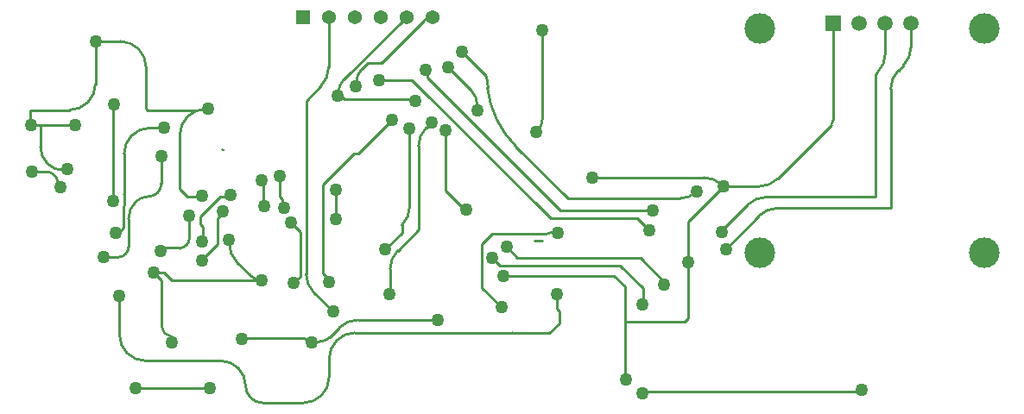
<source format=gbr>
%TF.GenerationSoftware,Altium Limited,Altium Designer,25.5.2 (35)*%
G04 Layer_Physical_Order=2*
G04 Layer_Color=16711680*
%FSLAX45Y45*%
%MOMM*%
%TF.SameCoordinates,50C6A35A-3351-48EA-99BD-CB12244F42B2*%
%TF.FilePolarity,Positive*%
%TF.FileFunction,Copper,L2,Bot,Signal*%
%TF.Part,Single*%
G01*
G75*
%TA.AperFunction,Conductor*%
%ADD10C,0.25400*%
%TA.AperFunction,ComponentPad*%
%ADD44R,1.50800X1.50800*%
%ADD45C,1.37000*%
%ADD46C,1.50800*%
%ADD47C,3.00000*%
%ADD48R,1.37000X1.37000*%
%TA.AperFunction,ViaPad*%
%ADD49C,1.27000*%
%TA.AperFunction,NonConductor*%
%ADD50C,0.25400*%
D10*
X1273267Y793717D02*
G03*
X1527267Y539717I254000J0D01*
G01*
X2510115Y294129D02*
G03*
X2264528Y539717I-245588J0D01*
G01*
X2510115Y294129D02*
G03*
X2677557Y126688I167442J0D01*
G01*
X3075222D02*
G03*
X3329222Y380688I0J254000D01*
G01*
X3583222Y814557D02*
G03*
X3329222Y560557I0J-254000D01*
G01*
X5134879Y810031D02*
G03*
X5130353Y814557I-4526J0D01*
G01*
X4280194Y2827398D02*
G03*
X4205799Y2647793I179605J-179605D01*
G01*
X4000498Y1621035D02*
G03*
X3926104Y1441430I179605J-179605D01*
G01*
X3920453Y1196313D02*
G03*
X3922451Y1191490I6821J0D01*
G01*
X8250437Y2850544D02*
G03*
X8272221Y2903136I-52592J52592D01*
G01*
X7546876Y2252194D02*
G03*
X7726481Y2326589I0J254000D01*
G01*
X7183169Y2263916D02*
G03*
X7003564Y2338311I-179605J-179605D01*
G01*
X4338956Y3913960D02*
G03*
X4261827Y3882012I0J-109076D01*
G01*
X3837995Y3462704D02*
G03*
X3845718Y3465903I0J10922D01*
G01*
X3651816Y3406355D02*
G03*
X3593005Y3264372I141983J-141983D01*
G01*
X5373634Y2802102D02*
G03*
X5418897Y2911376I-109274J109274D01*
G01*
X5367633Y2787614D02*
G03*
X5373634Y2802102I-14488J14488D01*
G01*
X3586607Y3240107D02*
G03*
X3589806Y3232383I10923J0D01*
G01*
X1533645Y3422043D02*
G03*
X1279645Y3676043I-254000J0D01*
G01*
X2118923Y3011274D02*
G03*
X1864923Y2757274I0J-254000D01*
G01*
X782559Y3001633D02*
G03*
X1036559Y3255633I0J254000D01*
G01*
X831902Y2851399D02*
G03*
X836552Y2856050I0J4650D01*
G01*
X399008Y2858286D02*
G03*
X403103Y2854191I4095J0D01*
G01*
X745159Y2407072D02*
G03*
X757621Y2419534I0J12462D01*
G01*
X497835Y2640016D02*
G03*
X730780Y2407072I232944J0D01*
G01*
X2348679Y1688915D02*
G03*
X2423074Y1509310I254000J0D01*
G01*
X2554706Y1377677D02*
G03*
X2667912Y1330786I113206J113206D01*
G01*
X1688121Y875590D02*
G03*
X1770869Y780654I95834J0D01*
G01*
X1776516Y775007D02*
G03*
X1776515Y775009I-17961J-17960D01*
G01*
X3248561Y3239012D02*
G03*
X3322956Y3418617I-179605J179605D01*
G01*
X3102781Y1391301D02*
G03*
X3177176Y1211696I254000J0D01*
G01*
X3474013Y3303018D02*
G03*
X3418240Y3168368I134650J-134650D01*
G01*
X3414850Y3139203D02*
G03*
X3418744Y3148605I-9402J9402D01*
G01*
X4784359Y3030560D02*
G03*
X4709964Y3210165I-254000J0D01*
G01*
X3610514Y940831D02*
G03*
X3430909Y866436I0J-254000D01*
G01*
X3237845Y729085D02*
G03*
X3332953Y768480I0J134503D01*
G01*
X1858951Y1645215D02*
G03*
X1958391Y1744656I0J99440D01*
G01*
X1750692Y1647903D02*
G03*
X1682062Y1619476I0J-97056D01*
G01*
X5437854Y1784105D02*
G03*
X5452511Y1786607I-60J44528D01*
G01*
X7181901Y1820500D02*
G03*
X7176667Y1807865I12635J-12635D01*
G01*
X8706465Y3371330D02*
G03*
X8780860Y3550935I-179605J179605D01*
G01*
X8959561Y3439781D02*
G03*
X9033956Y3619386I-179605J179605D01*
G01*
X9014785Y3809078D02*
G03*
X9014785Y3809073I25401J-2D01*
G01*
X8909792Y3389563D02*
G03*
X8835397Y3209958I179605J-179605D01*
G01*
X7723869Y2038262D02*
G03*
X7544264Y1963867I0J-254000D01*
G01*
X4043111Y1871953D02*
G03*
X4117506Y2051558I-179605J179605D01*
G01*
X4881079Y3219522D02*
G03*
X5158682Y2645625I963444J111943D01*
G01*
X6771919Y2133775D02*
G03*
X6929855Y2199194I0J223355D01*
G01*
X7613330Y2146719D02*
G03*
X7433725Y2072324I0J-254000D01*
G01*
X1237637Y1792836D02*
G03*
X1304668Y1828826I0J80418D01*
G01*
D02*
G03*
X1308832Y1842042I-21226J13951D01*
G01*
X1311615Y1942286D02*
G03*
X1311615Y1942274I285349J-7934D01*
G01*
X1318045Y2173543D02*
G03*
X1318055Y2174249I-25391J706D01*
G01*
X1572055Y2825640D02*
G03*
X1318055Y2571640I0J-254000D01*
G01*
X1555810Y2151965D02*
G03*
X1682568Y2278723I0J126758D01*
G01*
X1687121Y2551932D02*
G03*
X1682568Y2547379I0J-4553D01*
G01*
X1431035Y2100282D02*
G03*
X1362305Y1934352I165929J-165929D01*
G01*
X1555810Y2151965D02*
G03*
X1431035Y2100282I0J-176459D01*
G01*
X668631Y2271286D02*
G03*
X692855Y2247061I24224J0D01*
G01*
X668631Y2280706D02*
G03*
X552892Y2396445I-115739J0D01*
G01*
X1256057Y1554720D02*
G03*
X1362305Y1660968I0J106248D01*
G01*
X1215076Y3059449D02*
G03*
X1218850Y3055676I3773J0D01*
G01*
X1215076Y3063222D02*
G03*
X1210987Y3059133I0J-4089D01*
G01*
X6847335Y1515496D02*
X6849638Y1513193D01*
Y953133D02*
Y1513193D01*
X6817821Y921316D02*
X6849638Y953133D01*
X6228833Y921316D02*
X6817821D01*
X6849638Y1515496D02*
Y1904351D01*
X1789592Y1333028D02*
X2670403D01*
X6228833Y921316D02*
Y1266168D01*
X6396576Y1091081D02*
X6405358Y1099863D01*
Y1249139D01*
X6179789Y1474708D02*
X6405358Y1249139D01*
X5001074Y1474708D02*
X6179789D01*
X4928089Y1547693D02*
X5001074Y1474708D01*
X6121893Y1373108D02*
X6228833Y1266168D01*
X5036904Y1373108D02*
X6121893D01*
X4826489Y1686528D02*
X4924066Y1784105D01*
X4826489Y1257122D02*
Y1686528D01*
Y1257122D02*
X5016401Y1067210D01*
X6613174Y1287190D02*
Y1313533D01*
X6379015Y1547693D02*
X6613174Y1313533D01*
X5176019Y1547693D02*
X6379015D01*
X5067720Y1655992D02*
X5176019Y1547693D01*
X3878407Y1634740D02*
X4043111Y1799444D01*
Y1871953D01*
X5559900Y1048760D02*
Y1196558D01*
X5343050Y1715122D02*
X5419408D01*
X1273267Y793717D02*
Y1181052D01*
X1527267Y539717D02*
X2264528D01*
X2677557Y126688D02*
X3075222D01*
X3329222Y380688D02*
Y560557D01*
X3583222Y814557D02*
X5130353D01*
X5134879Y810031D02*
X5489460D01*
X5583892Y904464D01*
Y1024769D01*
X5559900Y1048760D02*
X5583892Y1024769D01*
X4280194Y2827398D02*
X4332935Y2880139D01*
X4205799Y1826336D02*
Y2647793D01*
X4000498Y1621035D02*
X4205799Y1826336D01*
X3926104Y1187837D02*
Y1441430D01*
X3922451Y1191490D02*
X3926104Y1187837D01*
X8272221Y2903136D02*
Y3854377D01*
X7726481Y2326589D02*
X8250437Y2850544D01*
X7197481Y2252194D02*
X7546876D01*
X7183169Y2263916D02*
X7196186Y2250899D01*
X6849638Y1904351D02*
X7197481Y2252194D01*
X5907892Y2338311D02*
X7003564D01*
X5418897Y2911376D02*
Y3786574D01*
X3845718Y3465903D02*
X4261827Y3882012D01*
X3651816Y3406355D02*
X3708165Y3462704D01*
X3837995D01*
X5362318Y2782299D02*
X5367633Y2787614D01*
X3586607Y3240107D02*
Y3257974D01*
X6228833Y363866D02*
Y921316D01*
Y363866D02*
X6239972Y352726D01*
X2118923Y3011274D02*
X2141249D01*
X1036559Y3676043D02*
X1279645D01*
X1036559Y3255633D02*
Y3676043D01*
X1533645Y3014744D02*
X1548524Y2999864D01*
X1533645Y3014744D02*
Y3422043D01*
X2071606Y2151544D02*
X2082887Y2162825D01*
X1548524Y2999864D02*
X2043652D01*
X1937548Y2151544D02*
X2071606D01*
X1864923Y2224169D02*
Y2757274D01*
Y2224169D02*
X1937548Y2151544D01*
X497835Y2640016D02*
Y2851433D01*
X399008Y3001633D02*
X782559D01*
X399008Y2858286D02*
Y3001633D01*
X403610Y2851433D02*
X497835D01*
X809981Y2851399D02*
X831902D01*
X809981D02*
Y2851433D01*
X730780Y2407072D02*
X745159D01*
X497835Y2851433D02*
X809981D01*
X2348679Y1688915D02*
Y1726358D01*
X2423074Y1509310D02*
X2554706Y1377677D01*
X1712736Y1409883D02*
X1789592Y1333028D01*
X1680682Y1333194D02*
X1688121Y1325755D01*
Y875590D02*
Y1325755D01*
X1603993Y1409883D02*
X1680682Y1333194D01*
X1603993Y1409883D02*
X1712736D01*
X1776516Y775007D02*
X1783955Y767568D01*
Y718939D02*
Y767568D01*
X1770869Y780654D02*
X1776514Y775009D01*
X3396913Y1931889D02*
Y2218659D01*
X3396498Y2219074D02*
X3396913Y2218659D01*
Y1931889D02*
X3397328Y1931474D01*
X3322956Y3418617D02*
Y3913960D01*
X3102781Y3093232D02*
X3248561Y3239012D01*
X3102781Y1391301D02*
Y3093232D01*
X3177176Y1211696D02*
X3368085Y1020787D01*
X3474013Y3303018D02*
X4084956Y3913960D01*
X4497382Y3422747D02*
X4709964Y3210165D01*
X4784359Y2995725D02*
Y3030560D01*
X3442343Y3139203D02*
X3475342Y3106203D01*
X3414850Y3139203D02*
X3442343D01*
X4161914Y3106203D02*
X4173672Y3094445D01*
X3418744Y3168368D02*
Y3168799D01*
Y3148605D02*
Y3168368D01*
X3475342Y3106203D02*
X4161914D01*
X4472865Y2206870D02*
X4655056Y2024678D01*
X4670884D01*
X4472865Y2206870D02*
Y2806368D01*
X4473087Y2806591D01*
X2954171Y1895100D02*
X3046689Y1802582D01*
X3610514Y940831D02*
X4391679D01*
X2982078Y1300882D02*
X3046689Y1365493D01*
Y1802582D01*
X3332953Y768480D02*
X3430909Y866436D01*
X3150754Y729085D02*
X3237845D01*
X3128565Y717236D02*
X3156057D01*
X3085227Y760574D02*
X3128565Y717236D01*
X1958391Y1744656D02*
Y1965036D01*
X1858951Y1645215D02*
Y1647903D01*
X1750692D02*
X1858951D01*
X2472956Y760574D02*
X3085227D01*
X2469151Y756769D02*
X2472956Y760574D01*
X1429689Y272716D02*
X2142693D01*
Y270581D02*
X2155502D01*
X2142693D02*
Y272716D01*
X5452511Y1786607D02*
X5526134Y1812021D01*
X5536248D02*
X5570239Y1795477D01*
X5526134Y1812021D02*
X5536248D01*
X4924066Y1784105D02*
X5437854D01*
X3576484Y2575363D02*
X3617934D01*
X3325084Y1309266D02*
Y1336759D01*
X3267715Y1394128D02*
X3325084Y1336759D01*
X3267715Y2266594D02*
X3576484Y2575363D01*
X3267715Y1394128D02*
Y2266594D01*
X3617934Y2575363D02*
X3946144Y2903573D01*
X4117506Y2051558D02*
Y2822713D01*
X8535527Y239099D02*
X8550893Y254465D01*
X6417792Y239099D02*
X8535527D01*
X6402425Y223733D02*
X6417792Y239099D01*
X5498911Y1940180D02*
X6350204D01*
X7181901Y1820500D02*
X7433725Y2072324D01*
X6350204Y1940180D02*
X6469156Y1821228D01*
X5596433Y2017423D02*
X6501728D01*
X6502798Y2016353D01*
X4290723Y3323134D02*
X5596433Y2017423D01*
X2343292Y2150711D02*
X2362733Y2170151D01*
X2067823Y1954360D02*
X2264174Y2150711D01*
X2343292D01*
X2236729Y1940374D02*
X2285079Y1988724D01*
X2078696Y1528942D02*
X2236729Y1686975D01*
X2285079Y1988724D02*
Y2006053D01*
X2236729Y1686975D02*
Y1940374D01*
X2067823Y1875716D02*
Y1954360D01*
X2081422Y1707160D02*
X2093143Y1718882D01*
Y1850396D01*
X2067823Y1875716D02*
X2093143Y1850396D01*
X2681428Y2066514D02*
X2694353Y2053589D01*
X2668503Y2315453D02*
X2681428Y2302528D01*
Y2066514D02*
Y2302528D01*
X8780860Y3550935D02*
Y3845015D01*
X8688034Y3352899D02*
X8706465Y3371330D01*
X9033956Y3619386D02*
Y3855769D01*
X8910717Y3390937D02*
X8959561Y3439781D01*
X9014786Y3815100D02*
X9034358Y3854040D01*
X9014785Y3809073D02*
X9014786Y3799471D01*
X9014785Y3809078D02*
X9014786Y3815100D01*
X8835397Y2038262D02*
Y3209958D01*
X7723869Y2038262D02*
X8835397D01*
X7217537Y1637140D02*
X7544264Y1963867D01*
X5158786Y2645522D02*
X5670532Y2133775D01*
X4867215Y3338851D02*
X4881079Y3219522D01*
X4628749Y3577316D02*
X4867215Y3338851D01*
X5158682Y2645625D02*
X5158786Y2645522D01*
X3816272Y3296261D02*
X4142831D01*
X5498911Y1940180D01*
X4271283Y3396134D02*
X4290723Y3376694D01*
Y3323134D02*
Y3376694D01*
X5670532Y2133775D02*
X6771919D01*
X8688034Y2146719D02*
Y3352899D01*
X7613330Y2146719D02*
X8688034D01*
X2078696Y1523814D02*
Y1528942D01*
X2867319Y2059890D02*
Y2127629D01*
Y2059890D02*
X2886760Y2040450D01*
X2840198Y2154751D02*
X2867319Y2127629D01*
X2840198Y2154751D02*
Y2353284D01*
X1308832Y1842042D02*
X1311614Y1942274D01*
X1311615Y1942286D02*
X1318045Y2173543D01*
X1318055Y2174249D02*
Y2571640D01*
X1572055Y2825640D02*
X1709808D01*
X1682568Y2278723D02*
Y2547379D01*
X1362305Y1934352D02*
X1362305Y1934239D01*
Y1660968D02*
Y1934239D01*
X1120970Y1554720D02*
X1256057D01*
X668631Y2271286D02*
Y2280706D01*
X411584Y2396445D02*
X552892D01*
X1215076Y3059449D02*
Y3063222D01*
X1210987Y2108446D02*
Y3059133D01*
D44*
X8272358Y3854040D02*
D03*
D45*
X4338956Y3913960D02*
D03*
X3322956D02*
D03*
X4084956D02*
D03*
X3576956D02*
D03*
X3830956D02*
D03*
D46*
X8526358Y3854040D02*
D03*
X9034358D02*
D03*
X8780358D02*
D03*
D47*
X7553358Y1604040D02*
D03*
X9753358D02*
D03*
Y3804040D02*
D03*
X7553358D02*
D03*
D48*
X3068956Y3913960D02*
D03*
D49*
X6396576Y1091081D02*
D03*
X4928089Y1547693D02*
D03*
X5036904Y1373108D02*
D03*
X6613174Y1287190D02*
D03*
X5067720Y1655992D02*
D03*
X3878407Y1634740D02*
D03*
X5559900Y1196558D02*
D03*
X1273267Y1181052D02*
D03*
X4332935Y2880139D02*
D03*
X3920453Y1196313D02*
D03*
X5418897Y3786574D02*
D03*
X5362318Y2782299D02*
D03*
X7197481Y2252194D02*
D03*
X5907892Y2338311D02*
D03*
X3589806Y3232383D02*
D03*
X6849638Y1507136D02*
D03*
X6239972Y352726D02*
D03*
X2141249Y3011274D02*
D03*
X1036559Y3676043D02*
D03*
X836552Y2856050D02*
D03*
X403610Y2851433D02*
D03*
X757621Y2419534D02*
D03*
X2348679Y1726358D02*
D03*
X2670403Y1333028D02*
D03*
X2082887Y2162825D02*
D03*
X1603993Y1409883D02*
D03*
X1783955Y718939D02*
D03*
X3396498Y2219074D02*
D03*
X3397328Y1931474D02*
D03*
X3368085Y1020787D02*
D03*
X3414850Y3139203D02*
D03*
X4173672Y3094445D02*
D03*
X4497382Y3422747D02*
D03*
X4784359Y2995725D02*
D03*
X4670884Y2024678D02*
D03*
X4473087Y2806591D02*
D03*
X4391679Y940831D02*
D03*
X3156057Y717236D02*
D03*
X2954171Y1895100D02*
D03*
X1958391Y1965036D02*
D03*
X2982078Y1300882D02*
D03*
X1677835Y1613840D02*
D03*
X2469151Y756769D02*
D03*
X1429689Y272716D02*
D03*
X2155502Y270581D02*
D03*
X5570239Y1795477D02*
D03*
X5016401Y1067210D02*
D03*
X3946144Y2903573D02*
D03*
X3325084Y1309266D02*
D03*
X4117506Y2822713D02*
D03*
X8550893Y254465D02*
D03*
X6402425Y223733D02*
D03*
X7176667Y1807865D02*
D03*
X6469156Y1821228D02*
D03*
X6502798Y2016353D02*
D03*
X2362733Y2170151D02*
D03*
X2285079Y2006053D02*
D03*
X2081422Y1707160D02*
D03*
X2694353Y2053589D02*
D03*
X4271283Y3396134D02*
D03*
X4628749Y3577316D02*
D03*
X6929855Y2199194D02*
D03*
X7217537Y1637140D02*
D03*
X3816272Y3296261D02*
D03*
X2078696Y1523814D02*
D03*
X2886760Y2040450D02*
D03*
X2668503Y2315453D02*
D03*
X2840198Y2353284D02*
D03*
X1237637Y1792836D02*
D03*
X1709808Y2825640D02*
D03*
X1687121Y2551932D02*
D03*
X1120970Y1554720D02*
D03*
X692855Y2247061D02*
D03*
X411584Y2396445D02*
D03*
X1218850Y3055676D02*
D03*
X1210987Y2108446D02*
D03*
D50*
X2288665Y2607807D02*
G03*
X2284578Y2611895I-4087J0D01*
G01*
%TF.MD5,f976233716ca1ba4d6418d4a6cbcb418*%
M02*

</source>
